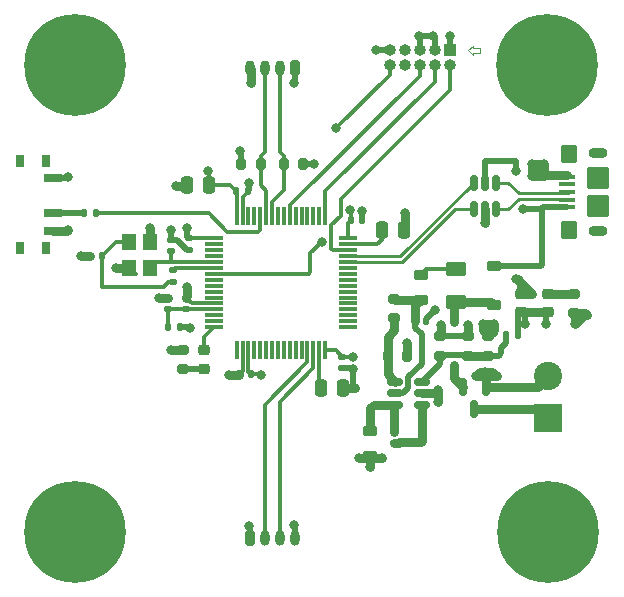
<source format=gbr>
%TF.GenerationSoftware,KiCad,Pcbnew,8.0.5-8.0.5-0~ubuntu24.04.1*%
%TF.CreationDate,2024-09-30T02:40:29+03:30*%
%TF.ProjectId,stm32buckusb,73746d33-3262-4756-936b-7573622e6b69,rev?*%
%TF.SameCoordinates,Original*%
%TF.FileFunction,Copper,L1,Top*%
%TF.FilePolarity,Positive*%
%FSLAX46Y46*%
G04 Gerber Fmt 4.6, Leading zero omitted, Abs format (unit mm)*
G04 Created by KiCad (PCBNEW 8.0.5-8.0.5-0~ubuntu24.04.1) date 2024-09-30 02:40:29*
%MOMM*%
%LPD*%
G01*
G04 APERTURE LIST*
G04 Aperture macros list*
%AMRoundRect*
0 Rectangle with rounded corners*
0 $1 Rounding radius*
0 $2 $3 $4 $5 $6 $7 $8 $9 X,Y pos of 4 corners*
0 Add a 4 corners polygon primitive as box body*
4,1,4,$2,$3,$4,$5,$6,$7,$8,$9,$2,$3,0*
0 Add four circle primitives for the rounded corners*
1,1,$1+$1,$2,$3*
1,1,$1+$1,$4,$5*
1,1,$1+$1,$6,$7*
1,1,$1+$1,$8,$9*
0 Add four rect primitives between the rounded corners*
20,1,$1+$1,$2,$3,$4,$5,0*
20,1,$1+$1,$4,$5,$6,$7,0*
20,1,$1+$1,$6,$7,$8,$9,0*
20,1,$1+$1,$8,$9,$2,$3,0*%
G04 Aperture macros list end*
%TA.AperFunction,NonConductor*%
%ADD10C,0.100000*%
%TD*%
%TA.AperFunction,ComponentPad*%
%ADD11R,1.000000X1.000000*%
%TD*%
%TA.AperFunction,ComponentPad*%
%ADD12O,1.000000X1.000000*%
%TD*%
%TA.AperFunction,SMDPad,CuDef*%
%ADD13R,0.800000X1.000000*%
%TD*%
%TA.AperFunction,SMDPad,CuDef*%
%ADD14R,1.500000X0.700000*%
%TD*%
%TA.AperFunction,SMDPad,CuDef*%
%ADD15RoundRect,0.218750X0.256250X-0.218750X0.256250X0.218750X-0.256250X0.218750X-0.256250X-0.218750X0*%
%TD*%
%TA.AperFunction,SMDPad,CuDef*%
%ADD16RoundRect,0.218750X-0.256250X0.218750X-0.256250X-0.218750X0.256250X-0.218750X0.256250X0.218750X0*%
%TD*%
%TA.AperFunction,SMDPad,CuDef*%
%ADD17RoundRect,0.140000X0.170000X-0.140000X0.170000X0.140000X-0.170000X0.140000X-0.170000X-0.140000X0*%
%TD*%
%TA.AperFunction,SMDPad,CuDef*%
%ADD18RoundRect,0.135000X-0.185000X0.135000X-0.185000X-0.135000X0.185000X-0.135000X0.185000X0.135000X0*%
%TD*%
%TA.AperFunction,SMDPad,CuDef*%
%ADD19RoundRect,0.250000X0.625000X-0.375000X0.625000X0.375000X-0.625000X0.375000X-0.625000X-0.375000X0*%
%TD*%
%TA.AperFunction,SMDPad,CuDef*%
%ADD20RoundRect,0.150000X0.150000X-0.512500X0.150000X0.512500X-0.150000X0.512500X-0.150000X-0.512500X0*%
%TD*%
%TA.AperFunction,ComponentPad*%
%ADD21C,0.900000*%
%TD*%
%TA.AperFunction,ComponentPad*%
%ADD22C,8.600000*%
%TD*%
%TA.AperFunction,SMDPad,CuDef*%
%ADD23RoundRect,0.147500X0.147500X0.172500X-0.147500X0.172500X-0.147500X-0.172500X0.147500X-0.172500X0*%
%TD*%
%TA.AperFunction,SMDPad,CuDef*%
%ADD24RoundRect,0.200000X-0.275000X0.200000X-0.275000X-0.200000X0.275000X-0.200000X0.275000X0.200000X0*%
%TD*%
%TA.AperFunction,SMDPad,CuDef*%
%ADD25RoundRect,0.250000X0.250000X0.475000X-0.250000X0.475000X-0.250000X-0.475000X0.250000X-0.475000X0*%
%TD*%
%TA.AperFunction,ComponentPad*%
%ADD26RoundRect,0.200000X-0.200000X-0.450000X0.200000X-0.450000X0.200000X0.450000X-0.200000X0.450000X0*%
%TD*%
%TA.AperFunction,ComponentPad*%
%ADD27O,0.800000X1.300000*%
%TD*%
%TA.AperFunction,SMDPad,CuDef*%
%ADD28RoundRect,0.140000X0.140000X0.170000X-0.140000X0.170000X-0.140000X-0.170000X0.140000X-0.170000X0*%
%TD*%
%TA.AperFunction,SMDPad,CuDef*%
%ADD29RoundRect,0.140000X-0.140000X-0.170000X0.140000X-0.170000X0.140000X0.170000X-0.140000X0.170000X0*%
%TD*%
%TA.AperFunction,SMDPad,CuDef*%
%ADD30RoundRect,0.200000X0.275000X-0.200000X0.275000X0.200000X-0.275000X0.200000X-0.275000X-0.200000X0*%
%TD*%
%TA.AperFunction,ComponentPad*%
%ADD31O,1.600000X0.900000*%
%TD*%
%TA.AperFunction,SMDPad,CuDef*%
%ADD32RoundRect,0.250000X0.450000X-0.550000X0.450000X0.550000X-0.450000X0.550000X-0.450000X-0.550000X0*%
%TD*%
%TA.AperFunction,SMDPad,CuDef*%
%ADD33RoundRect,0.250000X0.700000X-0.700000X0.700000X0.700000X-0.700000X0.700000X-0.700000X-0.700000X0*%
%TD*%
%TA.AperFunction,SMDPad,CuDef*%
%ADD34RoundRect,0.100000X0.575000X-0.100000X0.575000X0.100000X-0.575000X0.100000X-0.575000X-0.100000X0*%
%TD*%
%TA.AperFunction,SMDPad,CuDef*%
%ADD35R,1.200000X1.400000*%
%TD*%
%TA.AperFunction,SMDPad,CuDef*%
%ADD36RoundRect,0.200000X-0.200000X-0.275000X0.200000X-0.275000X0.200000X0.275000X-0.200000X0.275000X0*%
%TD*%
%TA.AperFunction,SMDPad,CuDef*%
%ADD37RoundRect,0.218750X-0.381250X0.218750X-0.381250X-0.218750X0.381250X-0.218750X0.381250X0.218750X0*%
%TD*%
%TA.AperFunction,SMDPad,CuDef*%
%ADD38RoundRect,0.135000X0.135000X0.185000X-0.135000X0.185000X-0.135000X-0.185000X0.135000X-0.185000X0*%
%TD*%
%TA.AperFunction,SMDPad,CuDef*%
%ADD39RoundRect,0.150000X0.512500X0.150000X-0.512500X0.150000X-0.512500X-0.150000X0.512500X-0.150000X0*%
%TD*%
%TA.AperFunction,SMDPad,CuDef*%
%ADD40RoundRect,0.225000X0.375000X-0.225000X0.375000X0.225000X-0.375000X0.225000X-0.375000X-0.225000X0*%
%TD*%
%TA.AperFunction,SMDPad,CuDef*%
%ADD41RoundRect,0.200000X0.200000X0.275000X-0.200000X0.275000X-0.200000X-0.275000X0.200000X-0.275000X0*%
%TD*%
%TA.AperFunction,ComponentPad*%
%ADD42RoundRect,0.200000X0.200000X0.450000X-0.200000X0.450000X-0.200000X-0.450000X0.200000X-0.450000X0*%
%TD*%
%TA.AperFunction,SMDPad,CuDef*%
%ADD43RoundRect,0.150000X-0.150000X0.587500X-0.150000X-0.587500X0.150000X-0.587500X0.150000X0.587500X0*%
%TD*%
%TA.AperFunction,SMDPad,CuDef*%
%ADD44RoundRect,0.140000X-0.170000X0.140000X-0.170000X-0.140000X0.170000X-0.140000X0.170000X0.140000X0*%
%TD*%
%TA.AperFunction,SMDPad,CuDef*%
%ADD45RoundRect,0.225000X-0.250000X0.225000X-0.250000X-0.225000X0.250000X-0.225000X0.250000X0.225000X0*%
%TD*%
%TA.AperFunction,ComponentPad*%
%ADD46R,2.400000X2.400000*%
%TD*%
%TA.AperFunction,ComponentPad*%
%ADD47C,2.400000*%
%TD*%
%TA.AperFunction,SMDPad,CuDef*%
%ADD48RoundRect,0.075000X-0.700000X-0.075000X0.700000X-0.075000X0.700000X0.075000X-0.700000X0.075000X0*%
%TD*%
%TA.AperFunction,SMDPad,CuDef*%
%ADD49RoundRect,0.075000X-0.075000X-0.700000X0.075000X-0.700000X0.075000X0.700000X-0.075000X0.700000X0*%
%TD*%
%TA.AperFunction,ViaPad*%
%ADD50C,0.800000*%
%TD*%
%TA.AperFunction,ViaPad*%
%ADD51C,0.600000*%
%TD*%
%TA.AperFunction,Conductor*%
%ADD52C,0.300000*%
%TD*%
%TA.AperFunction,Conductor*%
%ADD53C,0.500000*%
%TD*%
%TA.AperFunction,Conductor*%
%ADD54C,0.261000*%
%TD*%
%TA.AperFunction,Conductor*%
%ADD55C,0.750000*%
%TD*%
G04 APERTURE END LIST*
D10*
X119200000Y-76800000D02*
X119800000Y-76800000D01*
X119800000Y-77200000D01*
X119200000Y-77200000D01*
X119200000Y-77400000D01*
X118800000Y-77000000D01*
X119200000Y-76600000D01*
X119200000Y-76800000D01*
D11*
%TO.P,J2,1,Pin_1*%
%TO.N,+3.3V*%
X117200000Y-77000000D03*
D12*
%TO.P,J2,2,Pin_2*%
%TO.N,SWDIO*%
X117200000Y-78270000D03*
%TO.P,J2,3,Pin_3*%
%TO.N,GND*%
X115930000Y-77000000D03*
%TO.P,J2,4,Pin_4*%
%TO.N,SECLK*%
X115930000Y-78270000D03*
%TO.P,J2,5,Pin_5*%
%TO.N,GND*%
X114660000Y-77000000D03*
%TO.P,J2,6,Pin_6*%
%TO.N,SWO*%
X114660000Y-78270000D03*
%TO.P,J2,7,Pin_7*%
%TO.N,unconnected-(J2-Pin_7-Pad7)*%
X113390000Y-77000000D03*
%TO.P,J2,8,Pin_8*%
%TO.N,unconnected-(J2-Pin_8-Pad8)*%
X113390000Y-78270000D03*
%TO.P,J2,9,Pin_9*%
%TO.N,GND*%
X112120000Y-77000000D03*
%TO.P,J2,10,Pin_10*%
%TO.N,NRST*%
X112120000Y-78270000D03*
%TD*%
D13*
%TO.P,SW1,*%
%TO.N,*%
X83010000Y-86400000D03*
X80800000Y-86400000D03*
X83010000Y-93700000D03*
X80800000Y-93700000D03*
D14*
%TO.P,SW1,1,A*%
%TO.N,+3.3V*%
X83660000Y-87800000D03*
%TO.P,SW1,2,B*%
%TO.N,Net-(SW1-B)*%
X83660000Y-90800000D03*
%TO.P,SW1,3,C*%
%TO.N,GND*%
X83660000Y-92300000D03*
%TD*%
D15*
%TO.P,D1,1,K*%
%TO.N,Net-(D1-K)*%
X96375000Y-103967500D03*
%TO.P,D1,2,A*%
%TO.N,LED_STATUS*%
X96375000Y-102392500D03*
%TD*%
D16*
%TO.P,D3,1,K*%
%TO.N,Net-(D3-K)*%
X125500000Y-97600000D03*
%TO.P,D3,2,A*%
%TO.N,+3.3V*%
X125500000Y-99175000D03*
%TD*%
D17*
%TO.P,C10,1*%
%TO.N,+3.3VA*%
X94875000Y-98890000D03*
%TO.P,C10,2*%
%TO.N,GND*%
X94875000Y-97930000D03*
%TD*%
D18*
%TO.P,R2,1*%
%TO.N,HSE_OUT*%
X93800000Y-95580000D03*
%TO.P,R2,2*%
%TO.N,Net-(C11-Pad1)*%
X93800000Y-96600000D03*
%TD*%
D17*
%TO.P,C12,1*%
%TO.N,HSE_IN*%
X93600000Y-94000000D03*
%TO.P,C12,2*%
%TO.N,GND*%
X93600000Y-93040000D03*
%TD*%
D19*
%TO.P,F1,1*%
%TO.N,Net-(D2-K)*%
X117750000Y-98312500D03*
%TO.P,F1,2*%
%TO.N,Net-(F1-Pad2)*%
X117750000Y-95512500D03*
%TD*%
D20*
%TO.P,U2,1,I/O1*%
%TO.N,USB_D-*%
X119250000Y-90475000D03*
%TO.P,U2,2,GND*%
%TO.N,GND*%
X120200000Y-90475000D03*
%TO.P,U2,3,I/O2*%
%TO.N,USB_Conn_D-*%
X121150000Y-90475000D03*
%TO.P,U2,4,I/O2*%
%TO.N,USB_Conn_D+*%
X121150000Y-88200000D03*
%TO.P,U2,5,VBUS*%
%TO.N,+5V*%
X120200000Y-88200000D03*
%TO.P,U2,6,I/O1*%
%TO.N,USB_D+*%
X119250000Y-88200000D03*
%TD*%
D17*
%TO.P,C9,1*%
%TO.N,+3.3VA*%
X93375000Y-98890000D03*
%TO.P,C9,2*%
%TO.N,GND*%
X93375000Y-97930000D03*
%TD*%
D21*
%TO.P,H4,1,1*%
%TO.N,GND*%
X82305419Y-117780419D03*
X83250000Y-115500000D03*
X83250000Y-120060838D03*
X85530419Y-114555419D03*
D22*
X85530419Y-117780419D03*
D21*
X85530419Y-121005419D03*
X87810838Y-115500000D03*
X87810838Y-120060838D03*
X88755419Y-117780419D03*
%TD*%
D23*
%TO.P,L1,1*%
%TO.N,+3.3V*%
X94345000Y-100430000D03*
%TO.P,L1,2*%
%TO.N,+3.3VA*%
X93375000Y-100430000D03*
%TD*%
D24*
%TO.P,R6,1*%
%TO.N,+3.3V*%
X116400000Y-101200000D03*
%TO.P,R6,2*%
%TO.N,Net-(MP2359DJ1-FB)*%
X116400000Y-102850000D03*
%TD*%
D21*
%TO.P,H1,1,1*%
%TO.N,GND*%
X122244581Y-78250000D03*
X123189162Y-75969581D03*
X123189162Y-80530419D03*
X125469581Y-75025000D03*
D22*
X125469581Y-78250000D03*
D21*
X125469581Y-81475000D03*
X127750000Y-75969581D03*
X127750000Y-80530419D03*
X128694581Y-78250000D03*
%TD*%
D25*
%TO.P,C3,1*%
%TO.N,+3.3V*%
X96875000Y-88430000D03*
%TO.P,C3,2*%
%TO.N,GND*%
X94975000Y-88430000D03*
%TD*%
D24*
%TO.P,R8,1*%
%TO.N,+3.3V*%
X118750000Y-101200000D03*
%TO.P,R8,2*%
%TO.N,Net-(MP2359DJ1-FB)*%
X118750000Y-102850000D03*
%TD*%
D26*
%TO.P,J4,1,Pin_1*%
%TO.N,+3.3V*%
X100325000Y-118300000D03*
D27*
%TO.P,J4,2,Pin_2*%
%TO.N,UART3_TX*%
X101575000Y-118300000D03*
%TO.P,J4,3,Pin_3*%
%TO.N,UART3_RX*%
X102825000Y-118300000D03*
%TO.P,J4,4,Pin_4*%
%TO.N,GND*%
X104075000Y-118300000D03*
%TD*%
D28*
%TO.P,C11,1*%
%TO.N,Net-(C11-Pad1)*%
X87760000Y-94400000D03*
%TO.P,C11,2*%
%TO.N,GND*%
X86800000Y-94400000D03*
%TD*%
D21*
%TO.P,H3,1,1*%
%TO.N,GND*%
X82305419Y-78280419D03*
X83250000Y-76000000D03*
X83250000Y-80560838D03*
X85530419Y-75055419D03*
D22*
X85530419Y-78280419D03*
D21*
X85530419Y-81505419D03*
X87810838Y-76000000D03*
X87810838Y-80560838D03*
X88755419Y-78280419D03*
%TD*%
D29*
%TO.P,C7,1*%
%TO.N,+3.3V*%
X108840000Y-91400000D03*
%TO.P,C7,2*%
%TO.N,GND*%
X109800000Y-91400000D03*
%TD*%
D21*
%TO.P,H2,1,1*%
%TO.N,GND*%
X122275000Y-117750000D03*
X123219581Y-115469581D03*
X123219581Y-120030419D03*
X125500000Y-114525000D03*
D22*
X125500000Y-117750000D03*
D21*
X125500000Y-120975000D03*
X127780419Y-115469581D03*
X127780419Y-120030419D03*
X128725000Y-117750000D03*
%TD*%
D30*
%TO.P,R7,1*%
%TO.N,Net-(MP2359DJ1-FB)*%
X120500000Y-102850000D03*
%TO.P,R7,2*%
%TO.N,GND*%
X120500000Y-101200000D03*
%TD*%
D31*
%TO.P,J5,6,Shield*%
%TO.N,unconnected-(J5-Shield-Pad6)_5*%
X129800000Y-85700000D03*
D32*
%TO.N,unconnected-(J5-Shield-Pad6)_2*%
X127350000Y-85800000D03*
D33*
%TO.N,unconnected-(J5-Shield-Pad6)_4*%
X129800000Y-87800000D03*
%TO.N,unconnected-(J5-Shield-Pad6)_1*%
X129800000Y-90200000D03*
D32*
%TO.N,unconnected-(J5-Shield-Pad6)*%
X127350000Y-92200000D03*
D31*
%TO.N,unconnected-(J5-Shield-Pad6)_3*%
X129800000Y-92300000D03*
D34*
%TO.P,J5,5,GND*%
%TO.N,GND*%
X127125000Y-87700000D03*
%TO.P,J5,4,ID*%
%TO.N,unconnected-(J5-ID-Pad4)*%
X127125000Y-88350000D03*
%TO.P,J5,3,D+*%
%TO.N,USB_Conn_D+*%
X127125000Y-89000000D03*
%TO.P,J5,2,D-*%
%TO.N,USB_Conn_D-*%
X127125000Y-89650000D03*
%TO.P,J5,1,VBUS*%
%TO.N,+5V*%
X127125000Y-90300000D03*
%TD*%
D35*
%TO.P,Y1,1,1*%
%TO.N,HSE_IN*%
X91800000Y-95400000D03*
%TO.P,Y1,2,2*%
%TO.N,GND*%
X91800000Y-93200000D03*
%TO.P,Y1,3,3*%
%TO.N,Net-(C11-Pad1)*%
X90100000Y-93200000D03*
%TO.P,Y1,4,4*%
%TO.N,GND*%
X90100000Y-95400000D03*
%TD*%
D36*
%TO.P,R9,1*%
%TO.N,+3.3V*%
X99575000Y-86600000D03*
%TO.P,R9,2*%
%TO.N,I2C1_SDA*%
X101225000Y-86600000D03*
%TD*%
%TO.P,R5,1*%
%TO.N,Net-(MP2359DJ1-EN)*%
X111950000Y-102850000D03*
%TO.P,R5,2*%
%TO.N,GND*%
X113600000Y-102850000D03*
%TD*%
D37*
%TO.P,L2,1*%
%TO.N,Net-(MP2359DJ1-SW)*%
X110500000Y-109250000D03*
%TO.P,L2,2*%
%TO.N,+3.3V*%
X110500000Y-111375000D03*
%TD*%
D29*
%TO.P,C8,1*%
%TO.N,+3.3V*%
X99145000Y-88930000D03*
%TO.P,C8,2*%
%TO.N,GND*%
X100105000Y-88930000D03*
%TD*%
D17*
%TO.P,C14,1*%
%TO.N,Net-(MP2359DJ1-BST)*%
X112500000Y-110250000D03*
%TO.P,C14,2*%
%TO.N,Net-(MP2359DJ1-SW)*%
X112500000Y-109290000D03*
%TD*%
D38*
%TO.P,R1,1*%
%TO.N,BOOT0*%
X87310000Y-90800000D03*
%TO.P,R1,2*%
%TO.N,Net-(SW1-B)*%
X86290000Y-90800000D03*
%TD*%
D39*
%TO.P,MP2359DJ1,1,BST*%
%TO.N,Net-(MP2359DJ1-BST)*%
X114887500Y-107000000D03*
%TO.P,MP2359DJ1,2,GND*%
%TO.N,GND*%
X114887500Y-106050000D03*
%TO.P,MP2359DJ1,3,FB*%
%TO.N,Net-(MP2359DJ1-FB)*%
X114887500Y-105100000D03*
%TO.P,MP2359DJ1,4,EN*%
%TO.N,Net-(MP2359DJ1-EN)*%
X112612500Y-105100000D03*
%TO.P,MP2359DJ1,5,IN*%
%TO.N,Net-(MP2359DJ1-IN)*%
X112612500Y-106050000D03*
%TO.P,MP2359DJ1,6,SW*%
%TO.N,Net-(MP2359DJ1-SW)*%
X112612500Y-107000000D03*
%TD*%
D24*
%TO.P,R4,1*%
%TO.N,Net-(MP2359DJ1-IN)*%
X112500000Y-98025000D03*
%TO.P,R4,2*%
%TO.N,Net-(MP2359DJ1-EN)*%
X112500000Y-99675000D03*
%TD*%
D25*
%TO.P,C2,1*%
%TO.N,GND*%
X108200000Y-105630000D03*
%TO.P,C2,2*%
%TO.N,Net-(U1-VCAP_1)*%
X106300000Y-105630000D03*
%TD*%
D40*
%TO.P,D2,1,K*%
%TO.N,Net-(D2-K)*%
X121000000Y-98562500D03*
%TO.P,D2,2,A*%
%TO.N,+5V*%
X121000000Y-95262500D03*
%TD*%
D41*
%TO.P,R10,1*%
%TO.N,+3.3V*%
X104800000Y-86600000D03*
%TO.P,R10,2*%
%TO.N,I2C1_SCL*%
X103150000Y-86600000D03*
%TD*%
D42*
%TO.P,J3,1,Pin_1*%
%TO.N,+3.3V*%
X104075000Y-78500000D03*
D27*
%TO.P,J3,2,Pin_2*%
%TO.N,I2C1_SCL*%
X102825000Y-78500000D03*
%TO.P,J3,3,Pin_3*%
%TO.N,I2C1_SDA*%
X101575000Y-78500000D03*
%TO.P,J3,4,Pin_4*%
%TO.N,GND*%
X100325000Y-78500000D03*
%TD*%
D43*
%TO.P,Q1,1,G*%
%TO.N,GND*%
X120250000Y-105500000D03*
%TO.P,Q1,2,S*%
%TO.N,Net-(D2-K)*%
X118350000Y-105500000D03*
%TO.P,Q1,3,D*%
%TO.N,+12V*%
X119300000Y-107375000D03*
%TD*%
D24*
%TO.P,R11,1*%
%TO.N,Net-(D3-K)*%
X127750000Y-97600000D03*
%TO.P,R11,2*%
%TO.N,GND*%
X127750000Y-99250000D03*
%TD*%
D28*
%TO.P,C5,1*%
%TO.N,+3.3V*%
X100375000Y-104430000D03*
%TO.P,C5,2*%
%TO.N,GND*%
X99415000Y-104430000D03*
%TD*%
D25*
%TO.P,C1,1*%
%TO.N,GND*%
X113350000Y-92200000D03*
%TO.P,C1,2*%
%TO.N,Net-(U1-VCAP_2)*%
X111450000Y-92200000D03*
%TD*%
D37*
%TO.P,FB1,1*%
%TO.N,Net-(F1-Pad2)*%
X114750000Y-96000000D03*
%TO.P,FB1,2*%
%TO.N,Net-(MP2359DJ1-IN)*%
X114750000Y-98125000D03*
%TD*%
D30*
%TO.P,R3,1*%
%TO.N,Net-(D1-K)*%
X94625000Y-104005000D03*
%TO.P,R3,2*%
%TO.N,GND*%
X94625000Y-102355000D03*
%TD*%
D28*
%TO.P,C15,1*%
%TO.N,+3.3V*%
X122980000Y-101100000D03*
%TO.P,C15,2*%
%TO.N,Net-(MP2359DJ1-FB)*%
X122020000Y-101100000D03*
%TD*%
D44*
%TO.P,C4,1*%
%TO.N,+3.3V*%
X95125000Y-92930000D03*
%TO.P,C4,2*%
%TO.N,GND*%
X95125000Y-93890000D03*
%TD*%
D45*
%TO.P,C16,1*%
%TO.N,GND*%
X123250000Y-97612500D03*
%TO.P,C16,2*%
%TO.N,+3.3V*%
X123250000Y-99162500D03*
%TD*%
D44*
%TO.P,C6,1*%
%TO.N,+3.3V*%
X108125000Y-102930000D03*
%TO.P,C6,2*%
%TO.N,GND*%
X108125000Y-103890000D03*
%TD*%
D29*
%TO.P,C13,1*%
%TO.N,Net-(MP2359DJ1-IN)*%
X114290000Y-99925000D03*
%TO.P,C13,2*%
%TO.N,GND*%
X115250000Y-99925000D03*
%TD*%
D46*
%TO.P,J1,1,Pin_1*%
%TO.N,+12V*%
X125550000Y-108100000D03*
D47*
%TO.P,J1,2,Pin_2*%
%TO.N,GND*%
X125550000Y-104600000D03*
%TD*%
D48*
%TO.P,U1,1,VBAT*%
%TO.N,+3.3V*%
X97250000Y-92930000D03*
%TO.P,U1,2,PC13*%
%TO.N,unconnected-(U1-PC13-Pad2)*%
X97250000Y-93430000D03*
%TO.P,U1,3,PC14*%
%TO.N,unconnected-(U1-PC14-Pad3)*%
X97250000Y-93930000D03*
%TO.P,U1,4,PC15*%
%TO.N,unconnected-(U1-PC15-Pad4)*%
X97250000Y-94430000D03*
%TO.P,U1,5,PH0*%
%TO.N,HSE_IN*%
X97250000Y-94930000D03*
%TO.P,U1,6,PH1*%
%TO.N,HSE_OUT*%
X97250000Y-95430000D03*
%TO.P,U1,7,NRST*%
%TO.N,NRST*%
X97250000Y-95930000D03*
%TO.P,U1,8,PC0*%
%TO.N,unconnected-(U1-PC0-Pad8)*%
X97250000Y-96430000D03*
%TO.P,U1,9,PC1*%
%TO.N,unconnected-(U1-PC1-Pad9)*%
X97250000Y-96930000D03*
%TO.P,U1,10,PC2*%
%TO.N,unconnected-(U1-PC2-Pad10)*%
X97250000Y-97430000D03*
%TO.P,U1,11,PC3*%
%TO.N,unconnected-(U1-PC3-Pad11)*%
X97250000Y-97930000D03*
%TO.P,U1,12,VSSA*%
%TO.N,GND*%
X97250000Y-98430000D03*
%TO.P,U1,13,VDDA*%
%TO.N,+3.3VA*%
X97250000Y-98930000D03*
%TO.P,U1,14,PA0*%
%TO.N,unconnected-(U1-PA0-Pad14)*%
X97250000Y-99430000D03*
%TO.P,U1,15,PA1*%
%TO.N,unconnected-(U1-PA1-Pad15)*%
X97250000Y-99930000D03*
%TO.P,U1,16,PA2*%
%TO.N,LED_STATUS*%
X97250000Y-100430000D03*
D49*
%TO.P,U1,17,PA3*%
%TO.N,unconnected-(U1-PA3-Pad17)*%
X99175000Y-102355000D03*
%TO.P,U1,18,VSS*%
%TO.N,GND*%
X99675000Y-102355000D03*
%TO.P,U1,19,VDD*%
%TO.N,+3.3V*%
X100175000Y-102355000D03*
%TO.P,U1,20,PA4*%
%TO.N,unconnected-(U1-PA4-Pad20)*%
X100675000Y-102355000D03*
%TO.P,U1,21,PA5*%
%TO.N,unconnected-(U1-PA5-Pad21)*%
X101175000Y-102355000D03*
%TO.P,U1,22,PA6*%
%TO.N,unconnected-(U1-PA6-Pad22)*%
X101675000Y-102355000D03*
%TO.P,U1,23,PA7*%
%TO.N,unconnected-(U1-PA7-Pad23)*%
X102175000Y-102355000D03*
%TO.P,U1,24,PC4*%
%TO.N,unconnected-(U1-PC4-Pad24)*%
X102675000Y-102355000D03*
%TO.P,U1,25,PC5*%
%TO.N,unconnected-(U1-PC5-Pad25)*%
X103175000Y-102355000D03*
%TO.P,U1,26,PB0*%
%TO.N,unconnected-(U1-PB0-Pad26)*%
X103675000Y-102355000D03*
%TO.P,U1,27,PB1*%
%TO.N,unconnected-(U1-PB1-Pad27)*%
X104175000Y-102355000D03*
%TO.P,U1,28,PB2*%
%TO.N,unconnected-(U1-PB2-Pad28)*%
X104675000Y-102355000D03*
%TO.P,U1,29,PB10*%
%TO.N,UART3_TX*%
X105175000Y-102355000D03*
%TO.P,U1,30,PB11*%
%TO.N,UART3_RX*%
X105675000Y-102355000D03*
%TO.P,U1,31,VCAP_1*%
%TO.N,Net-(U1-VCAP_1)*%
X106175000Y-102355000D03*
%TO.P,U1,32,VDD*%
%TO.N,+3.3V*%
X106675000Y-102355000D03*
D48*
%TO.P,U1,33,PB12*%
%TO.N,unconnected-(U1-PB12-Pad33)*%
X108600000Y-100430000D03*
%TO.P,U1,34,PB13*%
%TO.N,unconnected-(U1-PB13-Pad34)*%
X108600000Y-99930000D03*
%TO.P,U1,35,PB14*%
%TO.N,unconnected-(U1-PB14-Pad35)*%
X108600000Y-99430000D03*
%TO.P,U1,36,PB15*%
%TO.N,unconnected-(U1-PB15-Pad36)*%
X108600000Y-98930000D03*
%TO.P,U1,37,PC6*%
%TO.N,unconnected-(U1-PC6-Pad37)*%
X108600000Y-98430000D03*
%TO.P,U1,38,PC7*%
%TO.N,unconnected-(U1-PC7-Pad38)*%
X108600000Y-97930000D03*
%TO.P,U1,39,PC8*%
%TO.N,unconnected-(U1-PC8-Pad39)*%
X108600000Y-97430000D03*
%TO.P,U1,40,PC9*%
%TO.N,unconnected-(U1-PC9-Pad40)*%
X108600000Y-96930000D03*
%TO.P,U1,41,PA8*%
%TO.N,unconnected-(U1-PA8-Pad41)*%
X108600000Y-96430000D03*
%TO.P,U1,42,PA9*%
%TO.N,unconnected-(U1-PA9-Pad42)*%
X108600000Y-95930000D03*
%TO.P,U1,43,PA10*%
%TO.N,unconnected-(U1-PA10-Pad43)*%
X108600000Y-95430000D03*
%TO.P,U1,44,PA11*%
%TO.N,USB_D-*%
X108600000Y-94930000D03*
%TO.P,U1,45,PA12*%
%TO.N,USB_D+*%
X108600000Y-94430000D03*
%TO.P,U1,46,PA13*%
%TO.N,SWDIO*%
X108600000Y-93930000D03*
%TO.P,U1,47,VCAP_2*%
%TO.N,Net-(U1-VCAP_2)*%
X108600000Y-93430000D03*
%TO.P,U1,48,VDD*%
%TO.N,+3.3V*%
X108600000Y-92930000D03*
D49*
%TO.P,U1,49,PA14*%
%TO.N,SECLK*%
X106675000Y-91005000D03*
%TO.P,U1,50,PA15*%
%TO.N,unconnected-(U1-PA15-Pad50)*%
X106175000Y-91005000D03*
%TO.P,U1,51,PC10*%
%TO.N,unconnected-(U1-PC10-Pad51)*%
X105675000Y-91005000D03*
%TO.P,U1,52,PC11*%
%TO.N,unconnected-(U1-PC11-Pad52)*%
X105175000Y-91005000D03*
%TO.P,U1,53,PC12*%
%TO.N,unconnected-(U1-PC12-Pad53)*%
X104675000Y-91005000D03*
%TO.P,U1,54,PD2*%
%TO.N,unconnected-(U1-PD2-Pad54)*%
X104175000Y-91005000D03*
%TO.P,U1,55,PB3*%
%TO.N,SWO*%
X103675000Y-91005000D03*
%TO.P,U1,56,PB4*%
%TO.N,unconnected-(U1-PB4-Pad56)*%
X103175000Y-91005000D03*
%TO.P,U1,57,PB5*%
%TO.N,unconnected-(U1-PB5-Pad57)*%
X102675000Y-91005000D03*
%TO.P,U1,58,PB6*%
%TO.N,I2C1_SCL*%
X102175000Y-91005000D03*
%TO.P,U1,59,PB7*%
%TO.N,I2C1_SDA*%
X101675000Y-91005000D03*
%TO.P,U1,60,BOOT0*%
%TO.N,BOOT0*%
X101175000Y-91005000D03*
%TO.P,U1,61,PB8*%
%TO.N,unconnected-(U1-PB8-Pad61)*%
X100675000Y-91005000D03*
%TO.P,U1,62,PB9*%
%TO.N,unconnected-(U1-PB9-Pad62)*%
X100175000Y-91005000D03*
%TO.P,U1,63,VSS*%
%TO.N,GND*%
X99675000Y-91005000D03*
%TO.P,U1,64,VDD*%
%TO.N,+3.3V*%
X99175000Y-91005000D03*
%TD*%
D50*
%TO.N,NRST*%
X107600000Y-83600000D03*
%TO.N,+3.3V*%
X117200000Y-75800000D03*
%TO.N,GND*%
X115800000Y-75800000D03*
X114600000Y-75800000D03*
X111000000Y-77000000D03*
%TO.N,NRST*%
X106400000Y-93200000D03*
%TO.N,GND*%
X93600000Y-92200000D03*
%TO.N,+5V*%
X122800000Y-87200000D03*
X123400000Y-90400000D03*
%TO.N,GND*%
X109000000Y-104000000D03*
X100200000Y-88200000D03*
%TO.N,+3.3V*%
X123600000Y-100200000D03*
X125400000Y-100200000D03*
%TO.N,GND*%
X109800000Y-90600000D03*
X116000000Y-99000000D03*
X113600000Y-101800000D03*
X109200000Y-105600000D03*
X93600000Y-102400000D03*
X89000000Y-95400000D03*
X91800000Y-92000000D03*
X100400000Y-79800000D03*
X113400000Y-90800000D03*
X120200000Y-91600000D03*
X116200000Y-106800000D03*
X116200000Y-105800000D03*
X119400000Y-104600000D03*
X120200000Y-104200000D03*
X121200000Y-104600000D03*
X120000000Y-100200000D03*
X121000000Y-100200000D03*
X127800000Y-100200000D03*
X128800000Y-99400000D03*
X124200000Y-97600000D03*
X122800000Y-96400000D03*
X125200000Y-86600000D03*
X124200000Y-86600000D03*
X124200000Y-87600000D03*
X125200000Y-87600000D03*
X104000000Y-117200000D03*
X92600000Y-98000000D03*
X95000000Y-97000000D03*
X98500000Y-104500000D03*
X94000000Y-88500000D03*
X84900000Y-92250000D03*
X86000000Y-94400000D03*
%TO.N,+3.3V*%
X118750000Y-100250000D03*
X116500000Y-100250000D03*
X111500000Y-111500000D03*
X110500000Y-112250000D03*
X109500000Y-111500000D03*
X109000000Y-103000000D03*
X95000000Y-92000000D03*
X108750000Y-90500000D03*
X104000000Y-79750000D03*
X99500000Y-85500000D03*
X100250000Y-117250000D03*
X101250000Y-104500000D03*
X95250000Y-100500000D03*
X84900000Y-87750000D03*
X96750000Y-87250000D03*
X105750000Y-86600000D03*
D51*
%TO.N,Net-(D2-K)*%
X117600000Y-100000000D03*
X117600000Y-103600000D03*
%TD*%
D52*
%TO.N,NRST*%
X107600000Y-83600000D02*
X112120000Y-79080000D01*
X112120000Y-79080000D02*
X112120000Y-78270000D01*
D53*
%TO.N,+3.3V*%
X117200000Y-77000000D02*
X117200000Y-75800000D01*
%TO.N,GND*%
X115800000Y-75800000D02*
X114600000Y-75800000D01*
X115930000Y-77000000D02*
X115930000Y-75930000D01*
X115930000Y-75930000D02*
X115800000Y-75800000D01*
X114660000Y-77000000D02*
X114660000Y-75860000D01*
X114660000Y-75860000D02*
X114600000Y-75800000D01*
X111000000Y-77000000D02*
X112120000Y-77000000D01*
D52*
%TO.N,NRST*%
X111990000Y-78400000D02*
X112120000Y-78270000D01*
X105400000Y-95800000D02*
X105400000Y-94200000D01*
X105400000Y-94200000D02*
X106400000Y-93200000D01*
%TO.N,SWO*%
X103675000Y-91005000D02*
X103675000Y-90126880D01*
X103675000Y-90126880D02*
X114660000Y-79141880D01*
X114660000Y-79141880D02*
X114660000Y-78270000D01*
%TO.N,SECLK*%
X106675000Y-91005000D02*
X106675000Y-88925000D01*
X106675000Y-88925000D02*
X115930000Y-79670000D01*
X115930000Y-79670000D02*
X115930000Y-78270000D01*
%TO.N,SWDIO*%
X108600000Y-93930000D02*
X107330000Y-93930000D01*
X107200000Y-91800000D02*
X108000000Y-91000000D01*
X107330000Y-93930000D02*
X107200000Y-93800000D01*
X107200000Y-93800000D02*
X107200000Y-91800000D01*
X108000000Y-91000000D02*
X108000000Y-89600000D01*
X108000000Y-89600000D02*
X117200000Y-80400000D01*
X117200000Y-80400000D02*
X117200000Y-78270000D01*
D53*
%TO.N,Net-(SW1-B)*%
X86290000Y-90800000D02*
X83660000Y-90800000D01*
%TO.N,+3.3V*%
X100325000Y-118300000D02*
X100325000Y-117325000D01*
X100325000Y-117325000D02*
X100250000Y-117250000D01*
%TO.N,GND*%
X104075000Y-118300000D02*
X104075000Y-117275000D01*
X104075000Y-117275000D02*
X104000000Y-117200000D01*
X93600000Y-93040000D02*
X94086734Y-93040000D01*
X94086734Y-93040000D02*
X94936734Y-93890000D01*
X94936734Y-93890000D02*
X95125000Y-93890000D01*
X93600000Y-93040000D02*
X93600000Y-92200000D01*
X115250000Y-99925000D02*
X115250000Y-99750000D01*
X115250000Y-99750000D02*
X116000000Y-99000000D01*
%TO.N,+5V*%
X122800000Y-86400000D02*
X122800000Y-87200000D01*
X123400000Y-90400000D02*
X125000000Y-90400000D01*
X120200000Y-88200000D02*
X120200000Y-86400000D01*
X120200000Y-86400000D02*
X122800000Y-86400000D01*
X125000000Y-90400000D02*
X125100000Y-90300000D01*
%TO.N,GND*%
X109000000Y-104000000D02*
X109000000Y-105400000D01*
X109000000Y-105400000D02*
X109200000Y-105600000D01*
X108125000Y-103890000D02*
X108890000Y-103890000D01*
X108890000Y-103890000D02*
X109000000Y-104000000D01*
X100200000Y-88200000D02*
X100200000Y-88835000D01*
X100200000Y-88835000D02*
X100105000Y-88930000D01*
D52*
%TO.N,NRST*%
X105270000Y-95930000D02*
X105400000Y-95800000D01*
X104570000Y-95930000D02*
X105270000Y-95930000D01*
D54*
%TO.N,USB_D-*%
X109782001Y-94910500D02*
X113191453Y-94910500D01*
%TO.N,USB_D+*%
X108600000Y-94430000D02*
X109762501Y-94430000D01*
%TO.N,USB_D-*%
X108600000Y-94930000D02*
X109762501Y-94930000D01*
%TO.N,USB_D+*%
X109782001Y-94449500D02*
X113000500Y-94449500D01*
%TO.N,USB_D-*%
X109762501Y-94930000D02*
X109782001Y-94910500D01*
X117626953Y-90475000D02*
X119250000Y-90475000D01*
X113191453Y-94910500D02*
X117626953Y-90475000D01*
%TO.N,USB_D+*%
X109762501Y-94430000D02*
X109782001Y-94449500D01*
X113000500Y-94449500D02*
X119250000Y-88200000D01*
D53*
%TO.N,+3.3V*%
X123600000Y-100200000D02*
X123600000Y-99512500D01*
X123600000Y-99512500D02*
X123250000Y-99162500D01*
X125400000Y-100200000D02*
X125400000Y-99275000D01*
X125400000Y-99275000D02*
X125500000Y-99175000D01*
%TO.N,Net-(MP2359DJ1-FB)*%
X116400000Y-102850000D02*
X116750000Y-102850000D01*
X116750000Y-102850000D02*
X116825000Y-102775000D01*
X116825000Y-102775000D02*
X118675000Y-102775000D01*
X118675000Y-102775000D02*
X118750000Y-102850000D01*
%TO.N,GND*%
X109800000Y-91400000D02*
X109800000Y-90600000D01*
D55*
X113600000Y-102850000D02*
X113600000Y-101800000D01*
X108200000Y-105630000D02*
X109170000Y-105630000D01*
X109170000Y-105630000D02*
X109200000Y-105600000D01*
X98500000Y-104500000D02*
X99345000Y-104500000D01*
X99345000Y-104500000D02*
X99415000Y-104430000D01*
X93600000Y-102400000D02*
X94580000Y-102400000D01*
X94580000Y-102400000D02*
X94625000Y-102355000D01*
X95000000Y-97000000D02*
X95000000Y-97805000D01*
X95000000Y-97805000D02*
X94875000Y-97930000D01*
X92600000Y-98000000D02*
X93305000Y-98000000D01*
X93305000Y-98000000D02*
X93375000Y-97930000D01*
X89000000Y-95400000D02*
X90100000Y-95400000D01*
X91800000Y-92000000D02*
X91800000Y-93200000D01*
X86000000Y-94400000D02*
X86800000Y-94400000D01*
X83660000Y-92300000D02*
X84850000Y-92300000D01*
X84850000Y-92300000D02*
X84900000Y-92250000D01*
X94000000Y-88500000D02*
X94905000Y-88500000D01*
X94905000Y-88500000D02*
X94975000Y-88430000D01*
X100400000Y-79800000D02*
X100400000Y-78575000D01*
X100400000Y-78575000D02*
X100325000Y-78500000D01*
X113400000Y-90800000D02*
X113400000Y-92150000D01*
X113400000Y-92150000D02*
X113350000Y-92200000D01*
X120200000Y-91600000D02*
X120200000Y-90475000D01*
X124200000Y-87600000D02*
X125200000Y-86600000D01*
X125200000Y-87600000D02*
X125225000Y-87575000D01*
X125225000Y-87575000D02*
X127125000Y-87575000D01*
X125200000Y-86600000D02*
X125200000Y-87600000D01*
X124200000Y-86600000D02*
X124200000Y-87600000D01*
X125200000Y-87600000D02*
X124200000Y-87600000D01*
X124200000Y-86600000D02*
X125200000Y-86600000D01*
X123000000Y-96400000D02*
X123200000Y-96600000D01*
X123200000Y-96600000D02*
X124200000Y-97600000D01*
X123250000Y-97612500D02*
X123262500Y-97600000D01*
X123262500Y-97600000D02*
X123262500Y-96662500D01*
X123262500Y-96662500D02*
X123200000Y-96600000D01*
X124200000Y-97600000D02*
X123262500Y-97600000D01*
X122800000Y-96400000D02*
X123000000Y-96400000D01*
X128800000Y-99400000D02*
X128600000Y-99400000D01*
X128600000Y-99400000D02*
X127800000Y-100200000D01*
X127750000Y-99250000D02*
X128650000Y-99250000D01*
X128650000Y-99250000D02*
X128800000Y-99400000D01*
X127800000Y-100200000D02*
X127800000Y-99300000D01*
X127800000Y-99300000D02*
X127750000Y-99250000D01*
X121000000Y-100700000D02*
X120850000Y-100850000D01*
X120850000Y-100850000D02*
X120500000Y-101200000D01*
X120000000Y-100200000D02*
X120200000Y-100200000D01*
X120200000Y-100200000D02*
X120850000Y-100850000D01*
X121000000Y-100200000D02*
X121000000Y-100700000D01*
X120000000Y-100200000D02*
X121000000Y-100200000D01*
X120000000Y-100200000D02*
X120000000Y-100700000D01*
X120000000Y-100700000D02*
X120500000Y-101200000D01*
X120200000Y-104200000D02*
X120800000Y-104200000D01*
X120800000Y-104200000D02*
X121200000Y-104600000D01*
X120200000Y-104200000D02*
X119800000Y-104200000D01*
X119800000Y-104200000D02*
X119400000Y-104600000D01*
X119400000Y-104600000D02*
X121200000Y-104600000D01*
X120250000Y-105500000D02*
X120250000Y-104250000D01*
X120250000Y-104250000D02*
X120200000Y-104200000D01*
X116200000Y-106800000D02*
X116200000Y-105800000D01*
X114887500Y-106050000D02*
X115950000Y-106050000D01*
X115950000Y-106050000D02*
X116200000Y-105800000D01*
%TO.N,+3.3V*%
X110500000Y-112250000D02*
X110500000Y-111375000D01*
X111500000Y-111500000D02*
X109500000Y-111500000D01*
X116500000Y-100250000D02*
X116500000Y-101100000D01*
X116500000Y-101100000D02*
X116400000Y-101200000D01*
X118750000Y-100250000D02*
X118750000Y-101200000D01*
D52*
X108125000Y-102930000D02*
X108930000Y-102930000D01*
X108930000Y-102930000D02*
X109000000Y-103000000D01*
X108840000Y-91400000D02*
X108840000Y-90590000D01*
X108840000Y-90590000D02*
X108750000Y-90500000D01*
X100375000Y-104430000D02*
X101180000Y-104430000D01*
X101180000Y-104430000D02*
X101250000Y-104500000D01*
D53*
X94345000Y-100430000D02*
X95180000Y-100430000D01*
X95180000Y-100430000D02*
X95250000Y-100500000D01*
X95000000Y-92000000D02*
X95000000Y-92805000D01*
X95000000Y-92805000D02*
X95125000Y-92930000D01*
X83660000Y-87800000D02*
X84850000Y-87800000D01*
X84850000Y-87800000D02*
X84900000Y-87750000D01*
D52*
X96875000Y-88430000D02*
X96875000Y-87375000D01*
X96875000Y-87375000D02*
X96750000Y-87250000D01*
D53*
X104800000Y-86600000D02*
X105750000Y-86600000D01*
X104075000Y-78500000D02*
X104075000Y-79675000D01*
X104075000Y-79675000D02*
X104000000Y-79750000D01*
X99575000Y-86600000D02*
X99575000Y-85575000D01*
X99575000Y-85575000D02*
X99500000Y-85500000D01*
D52*
%TO.N,NRST*%
X97250000Y-95930000D02*
X104570000Y-95930000D01*
%TO.N,Net-(C11-Pad1)*%
X87800000Y-97000000D02*
X93000000Y-97000000D01*
%TO.N,+3.3V*%
X95125000Y-92930000D02*
X97250000Y-92930000D01*
%TO.N,BOOT0*%
X98400000Y-92400000D02*
X96800000Y-90800000D01*
X101175000Y-92225000D02*
X101000000Y-92400000D01*
X101175000Y-91005000D02*
X101175000Y-92225000D01*
X101000000Y-92400000D02*
X98400000Y-92400000D01*
X96800000Y-90800000D02*
X87310000Y-90800000D01*
%TO.N,Net-(U1-VCAP_2)*%
X111070000Y-93430000D02*
X111450000Y-93050000D01*
X111450000Y-93050000D02*
X111450000Y-92200000D01*
X108600000Y-93430000D02*
X111070000Y-93430000D01*
%TO.N,GND*%
X90645000Y-95945000D02*
X90100000Y-95400000D01*
X99675000Y-102355000D02*
X99675000Y-104170000D01*
D55*
X120250000Y-105500000D02*
X124650000Y-105500000D01*
D52*
X99675000Y-91005000D02*
X99675000Y-89406846D01*
X94921846Y-97930000D02*
X94875000Y-97930000D01*
X100105000Y-88976846D02*
X100105000Y-88930000D01*
X95421846Y-98430000D02*
X94921846Y-97930000D01*
D55*
X124650000Y-105500000D02*
X125550000Y-104600000D01*
D52*
X99675000Y-89406846D02*
X100105000Y-88976846D01*
X99675000Y-104170000D02*
X99415000Y-104430000D01*
X97250000Y-98430000D02*
X95421846Y-98430000D01*
%TO.N,Net-(U1-VCAP_1)*%
X106175000Y-105505000D02*
X106175000Y-102355000D01*
X106300000Y-105630000D02*
X106175000Y-105505000D01*
%TO.N,+3.3V*%
X108600000Y-92930000D02*
X108600000Y-91640000D01*
X107550000Y-102355000D02*
X108125000Y-102930000D01*
D53*
X122980000Y-99432500D02*
X123250000Y-99162500D01*
D52*
X106675000Y-102355000D02*
X107550000Y-102355000D01*
D53*
X118750000Y-101200000D02*
X116400000Y-101200000D01*
D52*
X100175000Y-104230000D02*
X100375000Y-104430000D01*
X99175000Y-91005000D02*
X99175000Y-88960000D01*
D55*
X125487500Y-99162500D02*
X125500000Y-99175000D01*
D52*
X96875000Y-88430000D02*
X98645000Y-88430000D01*
D55*
X123250000Y-99162500D02*
X125487500Y-99162500D01*
D53*
X122980000Y-101100000D02*
X122980000Y-99432500D01*
D52*
X98645000Y-88430000D02*
X99145000Y-88930000D01*
X100175000Y-102355000D02*
X100175000Y-104230000D01*
X108600000Y-91640000D02*
X108840000Y-91400000D01*
X99175000Y-88960000D02*
X99145000Y-88930000D01*
%TO.N,+3.3VA*%
X97250000Y-98930000D02*
X94915000Y-98930000D01*
X94915000Y-98930000D02*
X94875000Y-98890000D01*
X93375000Y-98890000D02*
X93375000Y-100430000D01*
X93375000Y-98890000D02*
X94875000Y-98890000D01*
%TO.N,Net-(C11-Pad1)*%
X90165000Y-93135000D02*
X90100000Y-93200000D01*
X93800000Y-96600000D02*
X93400000Y-96600000D01*
X93400000Y-96600000D02*
X93000000Y-97000000D01*
X87800000Y-97000000D02*
X87760000Y-96960000D01*
X90100000Y-93200000D02*
X88960000Y-93200000D01*
X88960000Y-93200000D02*
X87760000Y-94400000D01*
X87760000Y-96960000D02*
X87760000Y-94400000D01*
%TO.N,HSE_IN*%
X92270000Y-94930000D02*
X91800000Y-95400000D01*
X97250000Y-94930000D02*
X93600000Y-94930000D01*
X93600000Y-94930000D02*
X92270000Y-94930000D01*
X93600000Y-94000000D02*
X93600000Y-94930000D01*
D53*
%TO.N,Net-(MP2359DJ1-IN)*%
X112612500Y-106050000D02*
X113274999Y-106050000D01*
D55*
X112600000Y-98125000D02*
X112500000Y-98025000D01*
D53*
X114290000Y-100490000D02*
X114290000Y-99925000D01*
D55*
X114290000Y-98585000D02*
X114750000Y-98125000D01*
D53*
X113725000Y-105599999D02*
X113725000Y-104675000D01*
D55*
X114750000Y-98125000D02*
X112600000Y-98125000D01*
X114290000Y-99925000D02*
X114290000Y-98585000D01*
D53*
X114850000Y-103550000D02*
X114850000Y-101050000D01*
X113725000Y-104675000D02*
X114850000Y-103550000D01*
X114850000Y-101050000D02*
X114290000Y-100490000D01*
X113274999Y-106050000D02*
X113725000Y-105599999D01*
D55*
%TO.N,Net-(MP2359DJ1-SW)*%
X110800000Y-107000000D02*
X112612500Y-107000000D01*
X110500000Y-107300000D02*
X110800000Y-107000000D01*
X112500000Y-107112500D02*
X112612500Y-107000000D01*
X110500000Y-109250000D02*
X110500000Y-107300000D01*
X112500000Y-109290000D02*
X112500000Y-107112500D01*
%TO.N,Net-(MP2359DJ1-BST)*%
X112500000Y-110250000D02*
X112883503Y-110250000D01*
X114800000Y-110200000D02*
X114887500Y-110112500D01*
X112883503Y-110250000D02*
X112933503Y-110200000D01*
X112933503Y-110200000D02*
X114800000Y-110200000D01*
X114887500Y-110112500D02*
X114887500Y-107000000D01*
D53*
%TO.N,Net-(MP2359DJ1-FB)*%
X116400000Y-103587500D02*
X116400000Y-102850000D01*
D55*
X118750000Y-102850000D02*
X120500000Y-102850000D01*
D53*
X114887500Y-105100000D02*
X116400000Y-103587500D01*
X121600000Y-102600000D02*
X121350000Y-102850000D01*
X121350000Y-102850000D02*
X120500000Y-102850000D01*
X122020000Y-101780000D02*
X121600000Y-102200000D01*
X122020000Y-101100000D02*
X122020000Y-101780000D01*
X121600000Y-102200000D02*
X121600000Y-102600000D01*
D52*
%TO.N,LED_STATUS*%
X96375000Y-101305000D02*
X97250000Y-100430000D01*
X96375000Y-102392500D02*
X96375000Y-101305000D01*
D53*
%TO.N,Net-(D1-K)*%
X94662500Y-103967500D02*
X94625000Y-104005000D01*
X96375000Y-103967500D02*
X94662500Y-103967500D01*
%TO.N,+5V*%
X124937500Y-95262500D02*
X121000000Y-95262500D01*
X125000000Y-95200000D02*
X124937500Y-95262500D01*
D55*
%TO.N,Net-(D2-K)*%
X118350000Y-105500000D02*
X117600000Y-104750000D01*
X117600000Y-98462500D02*
X117750000Y-98312500D01*
X117600000Y-104750000D02*
X117600000Y-104400000D01*
X117600000Y-100000000D02*
X117600000Y-98462500D01*
X117750000Y-98312500D02*
X120750000Y-98312500D01*
X120750000Y-98312500D02*
X121000000Y-98562500D01*
X117600000Y-104400000D02*
X117600000Y-103600000D01*
%TO.N,Net-(D3-K)*%
X125500000Y-97600000D02*
X127750000Y-97600000D01*
D52*
%TO.N,Net-(F1-Pad2)*%
X115237500Y-95512500D02*
X114750000Y-96000000D01*
X117750000Y-95512500D02*
X115237500Y-95512500D01*
D55*
%TO.N,+12V*%
X124825000Y-107375000D02*
X125550000Y-108100000D01*
X119300000Y-107375000D02*
X124825000Y-107375000D01*
D52*
%TO.N,I2C1_SCL*%
X102825000Y-85625000D02*
X102825000Y-78500000D01*
X103150000Y-85950000D02*
X102825000Y-85625000D01*
X102175000Y-91005000D02*
X102175000Y-89825000D01*
X102175000Y-89825000D02*
X103150000Y-88850000D01*
X103150000Y-88850000D02*
X103150000Y-86600000D01*
X103150000Y-86600000D02*
X103150000Y-85950000D01*
%TO.N,I2C1_SDA*%
X101225000Y-86600000D02*
X101225000Y-85975000D01*
X101225000Y-85975000D02*
X101575000Y-85625000D01*
X101225000Y-86600000D02*
X101225000Y-88425000D01*
X101225000Y-88425000D02*
X101675000Y-88875000D01*
X101575000Y-85625000D02*
X101575000Y-78500000D01*
X101675000Y-88875000D02*
X101675000Y-91005000D01*
%TO.N,UART3_TX*%
X105175000Y-103425000D02*
X105175000Y-102355000D01*
X101575000Y-107025000D02*
X105175000Y-103425000D01*
X101575000Y-118300000D02*
X101575000Y-107025000D01*
%TO.N,UART3_RX*%
X102825000Y-106775000D02*
X105675000Y-103925000D01*
X105675000Y-103925000D02*
X105675000Y-102355000D01*
X102825000Y-118300000D02*
X102825000Y-106775000D01*
D55*
%TO.N,Net-(MP2359DJ1-EN)*%
X111950000Y-102850000D02*
X111950000Y-104437500D01*
X111950000Y-104437500D02*
X112612500Y-105100000D01*
X111950000Y-101250000D02*
X111950000Y-102850000D01*
X112500000Y-100700000D02*
X111950000Y-101250000D01*
X112500000Y-99675000D02*
X112500000Y-100700000D01*
D52*
%TO.N,HSE_OUT*%
X97250000Y-95430000D02*
X93950000Y-95430000D01*
X93950000Y-95430000D02*
X93800000Y-95580000D01*
D53*
%TO.N,+5V*%
X125000000Y-90400000D02*
X125000000Y-95200000D01*
X127125000Y-90300000D02*
X125100000Y-90300000D01*
D54*
%TO.N,USB_Conn_D-*%
X123050751Y-89568000D02*
X127317411Y-89568000D01*
X122143751Y-90475000D02*
X123050751Y-89568000D01*
X121150000Y-90475000D02*
X122143751Y-90475000D01*
%TO.N,USB_Conn_D+*%
X123050751Y-89107000D02*
X127317411Y-89107000D01*
X122143751Y-88200000D02*
X123050751Y-89107000D01*
X121150000Y-88200000D02*
X122143751Y-88200000D01*
%TD*%
M02*

</source>
